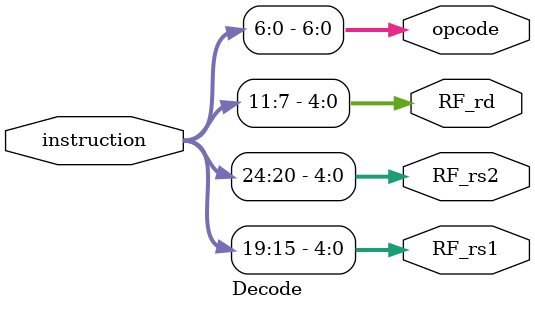
<source format=v>
module Decode(
    input [31:0] instruction,
    output [4:0] RF_rs1,RF_rs2,RF_rd,
    output [6:0] opcode
);
assign RF_rs1 = instruction[19:15];
assign RF_rs2 = instruction[24:20];
assign RF_rd  = instruction[11:7];
assign opcode = instruction[6:0];
endmodule
</source>
